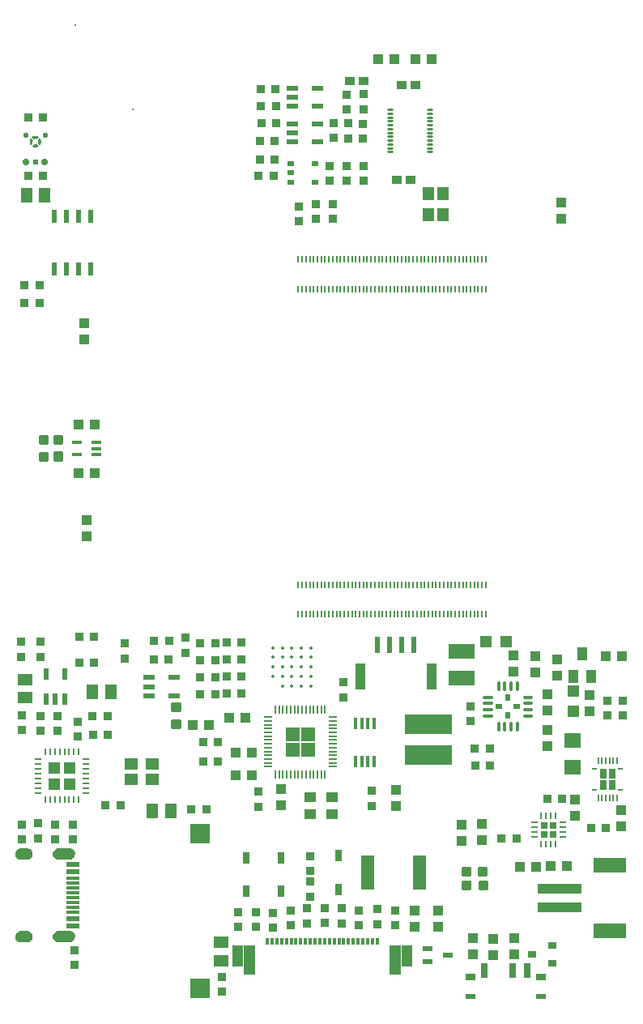
<source format=gbr>
G04 EAGLE Gerber RS-274X export*
G75*
%MOMM*%
%FSLAX34Y34*%
%LPD*%
%INSolderpaste Top*%
%IPPOS*%
%AMOC8*
5,1,8,0,0,1.08239X$1,22.5*%
G01*
%ADD10R,0.920900X0.970200*%
%ADD11R,0.970200X0.920900*%
%ADD12R,2.700000X1.600000*%
%ADD13C,0.300000*%
%ADD14R,0.800000X1.150000*%
%ADD15R,1.450000X0.300000*%
%ADD16R,1.450000X0.600000*%
%ADD17R,1.450000X0.550000*%
%ADD18R,4.600000X1.000000*%
%ADD19R,3.400000X1.600000*%
%ADD20R,5.000000X2.000000*%
%ADD21R,1.400000X3.560000*%
%ADD22R,1.200000X1.200000*%
%ADD23R,2.000000X2.000000*%
%ADD24R,1.200000X1.400000*%
%ADD25R,1.050000X0.500000*%
%ADD26R,1.100000X1.000000*%
%ADD27R,1.000000X1.100000*%
%ADD28R,1.800000X1.600000*%
%ADD29R,0.200000X0.700000*%
%ADD30R,0.700000X1.500000*%
%ADD31R,1.000000X0.600000*%
%ADD32R,1.000000X0.800000*%
%ADD33R,1.000000X1.400000*%
%ADD34C,0.350000*%
%ADD35R,0.600000X0.700000*%
%ADD36R,0.700000X0.600000*%
%ADD37R,1.016000X0.355600*%
%ADD38R,0.800000X1.000000*%
%ADD39R,0.525000X0.250000*%
%ADD40R,0.200000X0.800000*%
%ADD41R,0.800000X0.230000*%
%ADD42R,0.230000X0.800000*%
%ADD43R,0.700000X0.700000*%
%ADD44R,1.200000X0.550000*%
%ADD45R,0.300000X0.800000*%
%ADD46R,1.300000X3.050000*%
%ADD47R,0.250000X0.800000*%
%ADD48R,0.800000X0.250000*%
%ADD49R,1.143000X1.143000*%
%ADD50R,1.400000X1.200000*%
%ADD51R,1.240000X1.500000*%
%ADD52R,1.500000X1.240000*%
%ADD53R,0.200000X0.200000*%
%ADD54R,0.406400X1.219200*%
%ADD55R,0.600000X1.700000*%
%ADD56R,1.000000X2.800000*%
%ADD57C,0.228600*%
%ADD58R,0.550000X1.200000*%
%ADD59R,1.500000X1.300000*%
%ADD60R,1.300000X1.500000*%
%ADD61R,0.812800X0.177800*%
%ADD62R,0.177800X0.812800*%
%ADD63C,0.355600*%
%ADD64R,1.300000X1.050000*%
%ADD65R,0.900000X0.800000*%
%ADD66R,1.000000X0.970000*%
%ADD67R,0.800000X0.550000*%
%ADD68C,0.612000*%
%ADD69C,0.723000*%
%ADD70C,0.562000*%
%ADD71R,0.533400X1.460500*%

G36*
X434202Y84595D02*
X434202Y84595D01*
X434204Y84594D01*
X434247Y84614D01*
X434291Y84632D01*
X434291Y84634D01*
X434293Y84635D01*
X434326Y84720D01*
X434326Y106720D01*
X434325Y106722D01*
X434326Y106724D01*
X434306Y106767D01*
X434288Y106811D01*
X434286Y106811D01*
X434285Y106813D01*
X434200Y106846D01*
X423200Y106846D01*
X423198Y106845D01*
X423196Y106846D01*
X423153Y106826D01*
X423109Y106808D01*
X423109Y106806D01*
X423107Y106805D01*
X423074Y106720D01*
X423074Y84720D01*
X423075Y84718D01*
X423074Y84716D01*
X423094Y84673D01*
X423112Y84629D01*
X423114Y84629D01*
X423115Y84627D01*
X423200Y84594D01*
X434200Y84594D01*
X434202Y84595D01*
G37*
G36*
X257202Y84595D02*
X257202Y84595D01*
X257204Y84594D01*
X257247Y84614D01*
X257291Y84632D01*
X257291Y84634D01*
X257293Y84635D01*
X257326Y84720D01*
X257326Y106720D01*
X257325Y106722D01*
X257326Y106724D01*
X257306Y106767D01*
X257288Y106811D01*
X257286Y106811D01*
X257285Y106813D01*
X257200Y106846D01*
X246200Y106846D01*
X246198Y106845D01*
X246196Y106846D01*
X246153Y106826D01*
X246109Y106808D01*
X246109Y106806D01*
X246107Y106805D01*
X246074Y106720D01*
X246074Y84720D01*
X246075Y84718D01*
X246074Y84716D01*
X246094Y84673D01*
X246112Y84629D01*
X246114Y84629D01*
X246115Y84627D01*
X246200Y84594D01*
X257200Y84594D01*
X257202Y84595D01*
G37*
G36*
X76125Y110034D02*
X76125Y110034D01*
X76127Y110031D01*
X77407Y110226D01*
X77413Y110232D01*
X77417Y110229D01*
X78621Y110704D01*
X78626Y110711D01*
X78631Y110709D01*
X79699Y111440D01*
X79702Y111447D01*
X79708Y111447D01*
X80587Y112397D01*
X80587Y112405D01*
X80593Y112406D01*
X81238Y113527D01*
X81237Y113536D01*
X81243Y113538D01*
X81622Y114775D01*
X81620Y114783D01*
X81624Y114786D01*
X81719Y116076D01*
X81716Y116081D01*
X81719Y116083D01*
X81652Y117214D01*
X81647Y117219D01*
X81651Y117223D01*
X81364Y118320D01*
X81358Y118324D01*
X81361Y118329D01*
X80866Y119348D01*
X80860Y119351D01*
X80861Y119356D01*
X80177Y120259D01*
X80170Y120261D01*
X80170Y120266D01*
X79323Y121019D01*
X79316Y121019D01*
X79315Y121024D01*
X78338Y121597D01*
X78331Y121596D01*
X78329Y121601D01*
X77258Y121972D01*
X77252Y121969D01*
X77249Y121974D01*
X76127Y122129D01*
X76122Y122126D01*
X76120Y122129D01*
X64120Y122129D01*
X64115Y122126D01*
X64112Y122129D01*
X62845Y121924D01*
X62839Y121918D01*
X62835Y121921D01*
X61645Y121439D01*
X61641Y121432D01*
X61635Y121434D01*
X60582Y120700D01*
X60580Y120692D01*
X60574Y120693D01*
X59711Y119743D01*
X59710Y119734D01*
X59705Y119734D01*
X59075Y118615D01*
X59076Y118607D01*
X59070Y118605D01*
X58705Y117375D01*
X58708Y117367D01*
X58703Y117364D01*
X58621Y116083D01*
X58624Y116079D01*
X58621Y116077D01*
X58703Y114796D01*
X58709Y114790D01*
X58705Y114785D01*
X59070Y113555D01*
X59077Y113550D01*
X59075Y113545D01*
X59705Y112426D01*
X59712Y112423D01*
X59711Y112417D01*
X60574Y111467D01*
X60582Y111466D01*
X60582Y111460D01*
X61635Y110726D01*
X61643Y110726D01*
X61645Y110721D01*
X62835Y110239D01*
X62842Y110241D01*
X62845Y110236D01*
X64112Y110031D01*
X64117Y110034D01*
X64120Y110031D01*
X76120Y110031D01*
X76125Y110034D01*
G37*
G36*
X76125Y196434D02*
X76125Y196434D01*
X76127Y196431D01*
X77407Y196626D01*
X77413Y196632D01*
X77417Y196629D01*
X78621Y197104D01*
X78626Y197111D01*
X78631Y197109D01*
X79699Y197840D01*
X79702Y197847D01*
X79708Y197847D01*
X80587Y198797D01*
X80587Y198805D01*
X80593Y198806D01*
X81238Y199927D01*
X81237Y199936D01*
X81243Y199938D01*
X81622Y201175D01*
X81620Y201183D01*
X81624Y201186D01*
X81719Y202476D01*
X81716Y202481D01*
X81719Y202483D01*
X81652Y203614D01*
X81647Y203619D01*
X81651Y203623D01*
X81364Y204720D01*
X81358Y204724D01*
X81361Y204729D01*
X80866Y205748D01*
X80860Y205751D01*
X80861Y205756D01*
X80177Y206659D01*
X80170Y206661D01*
X80170Y206666D01*
X79323Y207419D01*
X79316Y207419D01*
X79315Y207424D01*
X78338Y207997D01*
X78331Y207996D01*
X78329Y208001D01*
X77258Y208372D01*
X77252Y208369D01*
X77249Y208374D01*
X76127Y208529D01*
X76122Y208526D01*
X76120Y208529D01*
X64120Y208529D01*
X64115Y208526D01*
X64112Y208529D01*
X62845Y208324D01*
X62839Y208318D01*
X62835Y208321D01*
X61645Y207839D01*
X61641Y207832D01*
X61635Y207834D01*
X60582Y207100D01*
X60580Y207092D01*
X60574Y207093D01*
X59711Y206143D01*
X59710Y206134D01*
X59705Y206134D01*
X59075Y205015D01*
X59076Y205007D01*
X59070Y205005D01*
X58705Y203775D01*
X58708Y203767D01*
X58703Y203764D01*
X58621Y202483D01*
X58624Y202479D01*
X58621Y202477D01*
X58703Y201196D01*
X58709Y201190D01*
X58705Y201185D01*
X59070Y199955D01*
X59077Y199950D01*
X59075Y199945D01*
X59705Y198826D01*
X59712Y198823D01*
X59711Y198817D01*
X60574Y197867D01*
X60582Y197866D01*
X60582Y197860D01*
X61635Y197126D01*
X61643Y197126D01*
X61645Y197121D01*
X62835Y196639D01*
X62842Y196641D01*
X62845Y196636D01*
X64112Y196431D01*
X64117Y196434D01*
X64120Y196431D01*
X76120Y196431D01*
X76125Y196434D01*
G37*
G36*
X316202Y320445D02*
X316202Y320445D01*
X316204Y320444D01*
X316247Y320464D01*
X316291Y320482D01*
X316291Y320484D01*
X316293Y320485D01*
X316326Y320570D01*
X316326Y334572D01*
X316325Y334574D01*
X316326Y334576D01*
X316306Y334619D01*
X316288Y334663D01*
X316286Y334663D01*
X316285Y334665D01*
X316200Y334698D01*
X302198Y334698D01*
X302196Y334697D01*
X302194Y334698D01*
X302151Y334678D01*
X302107Y334660D01*
X302107Y334658D01*
X302105Y334657D01*
X302072Y334572D01*
X302072Y320570D01*
X302073Y320568D01*
X302072Y320566D01*
X302092Y320523D01*
X302110Y320479D01*
X302112Y320479D01*
X302113Y320477D01*
X302198Y320444D01*
X316200Y320444D01*
X316202Y320445D01*
G37*
G36*
X332204Y320445D02*
X332204Y320445D01*
X332206Y320444D01*
X332249Y320464D01*
X332293Y320482D01*
X332293Y320484D01*
X332295Y320485D01*
X332328Y320570D01*
X332328Y334572D01*
X332327Y334574D01*
X332328Y334576D01*
X332308Y334619D01*
X332290Y334663D01*
X332288Y334663D01*
X332287Y334665D01*
X332202Y334698D01*
X318200Y334698D01*
X318198Y334697D01*
X318196Y334698D01*
X318153Y334678D01*
X318109Y334660D01*
X318109Y334658D01*
X318107Y334657D01*
X318074Y334572D01*
X318074Y320570D01*
X318075Y320568D01*
X318074Y320566D01*
X318094Y320523D01*
X318112Y320479D01*
X318114Y320479D01*
X318115Y320477D01*
X318200Y320444D01*
X332202Y320444D01*
X332204Y320445D01*
G37*
G36*
X332204Y304443D02*
X332204Y304443D01*
X332206Y304442D01*
X332249Y304462D01*
X332293Y304480D01*
X332293Y304482D01*
X332295Y304483D01*
X332328Y304568D01*
X332328Y318570D01*
X332327Y318572D01*
X332328Y318574D01*
X332308Y318617D01*
X332290Y318661D01*
X332288Y318661D01*
X332287Y318663D01*
X332202Y318696D01*
X318200Y318696D01*
X318198Y318695D01*
X318196Y318696D01*
X318153Y318676D01*
X318109Y318658D01*
X318109Y318656D01*
X318107Y318655D01*
X318074Y318570D01*
X318074Y304568D01*
X318075Y304566D01*
X318074Y304564D01*
X318094Y304521D01*
X318112Y304477D01*
X318114Y304477D01*
X318115Y304475D01*
X318200Y304442D01*
X332202Y304442D01*
X332204Y304443D01*
G37*
G36*
X316202Y304443D02*
X316202Y304443D01*
X316204Y304442D01*
X316247Y304462D01*
X316291Y304480D01*
X316291Y304482D01*
X316293Y304483D01*
X316326Y304568D01*
X316326Y318570D01*
X316325Y318572D01*
X316326Y318574D01*
X316306Y318617D01*
X316288Y318661D01*
X316286Y318661D01*
X316285Y318663D01*
X316200Y318696D01*
X302198Y318696D01*
X302196Y318695D01*
X302194Y318696D01*
X302151Y318676D01*
X302107Y318658D01*
X302107Y318656D01*
X302105Y318655D01*
X302072Y318570D01*
X302072Y304568D01*
X302073Y304566D01*
X302072Y304564D01*
X302092Y304521D01*
X302110Y304477D01*
X302112Y304477D01*
X302113Y304475D01*
X302198Y304442D01*
X316200Y304442D01*
X316202Y304443D01*
G37*
G36*
X31323Y196433D02*
X31323Y196433D01*
X31325Y196431D01*
X32501Y196542D01*
X32506Y196547D01*
X32510Y196544D01*
X33642Y196882D01*
X33646Y196888D01*
X33651Y196886D01*
X34695Y197438D01*
X34698Y197445D01*
X34703Y197443D01*
X35619Y198189D01*
X35620Y198196D01*
X35626Y198196D01*
X36379Y199106D01*
X36379Y199113D01*
X36384Y199114D01*
X36945Y200153D01*
X36944Y200158D01*
X36948Y200160D01*
X36947Y200161D01*
X36949Y200162D01*
X37296Y201291D01*
X37296Y201292D01*
X37297Y201293D01*
X37294Y201297D01*
X37298Y201300D01*
X37419Y202475D01*
X37415Y202482D01*
X37419Y202486D01*
X37262Y203826D01*
X37257Y203832D01*
X37260Y203837D01*
X36809Y205108D01*
X36802Y205113D01*
X36804Y205118D01*
X36082Y206257D01*
X36074Y206260D01*
X36075Y206266D01*
X35117Y207216D01*
X35109Y207217D01*
X35108Y207223D01*
X33963Y207936D01*
X33955Y207935D01*
X33953Y207941D01*
X32677Y208381D01*
X32670Y208379D01*
X32667Y208383D01*
X31325Y208529D01*
X31322Y208527D01*
X31320Y208529D01*
X25320Y208529D01*
X25317Y208527D01*
X25314Y208529D01*
X23985Y208374D01*
X23979Y208368D01*
X23975Y208371D01*
X22714Y207924D01*
X22709Y207917D01*
X22704Y207919D01*
X21574Y207202D01*
X21571Y207195D01*
X21565Y207196D01*
X20623Y206246D01*
X20622Y206237D01*
X20616Y206237D01*
X19909Y205101D01*
X19910Y205093D01*
X19904Y205091D01*
X19468Y203826D01*
X19470Y203818D01*
X19465Y203816D01*
X19321Y202485D01*
X19325Y202479D01*
X19321Y202475D01*
X19431Y201309D01*
X19436Y201304D01*
X19433Y201300D01*
X19768Y200177D01*
X19774Y200173D01*
X19772Y200169D01*
X20320Y199133D01*
X20326Y199130D01*
X20325Y199125D01*
X21064Y198217D01*
X21071Y198215D01*
X21071Y198210D01*
X21973Y197463D01*
X21981Y197463D01*
X21981Y197458D01*
X23012Y196901D01*
X23019Y196902D01*
X23021Y196897D01*
X24140Y196553D01*
X24147Y196555D01*
X24150Y196551D01*
X25315Y196431D01*
X25318Y196433D01*
X25320Y196431D01*
X31320Y196431D01*
X31323Y196433D01*
G37*
G36*
X31323Y110033D02*
X31323Y110033D01*
X31325Y110031D01*
X32501Y110142D01*
X32506Y110147D01*
X32510Y110144D01*
X33642Y110482D01*
X33646Y110488D01*
X33651Y110486D01*
X34695Y111038D01*
X34698Y111045D01*
X34703Y111043D01*
X35619Y111789D01*
X35620Y111796D01*
X35626Y111796D01*
X36379Y112706D01*
X36379Y112713D01*
X36384Y112714D01*
X36945Y113753D01*
X36944Y113758D01*
X36948Y113760D01*
X36947Y113761D01*
X36949Y113762D01*
X37296Y114891D01*
X37296Y114892D01*
X37297Y114893D01*
X37294Y114897D01*
X37298Y114900D01*
X37419Y116075D01*
X37415Y116082D01*
X37419Y116086D01*
X37262Y117426D01*
X37257Y117432D01*
X37260Y117437D01*
X36809Y118708D01*
X36802Y118713D01*
X36804Y118718D01*
X36082Y119857D01*
X36074Y119860D01*
X36075Y119866D01*
X35117Y120816D01*
X35109Y120817D01*
X35108Y120823D01*
X33963Y121536D01*
X33955Y121535D01*
X33953Y121541D01*
X32677Y121981D01*
X32670Y121979D01*
X32667Y121983D01*
X31325Y122129D01*
X31322Y122127D01*
X31320Y122129D01*
X25320Y122129D01*
X25317Y122127D01*
X25314Y122129D01*
X23985Y121974D01*
X23979Y121968D01*
X23975Y121971D01*
X22714Y121524D01*
X22709Y121517D01*
X22704Y121519D01*
X21574Y120802D01*
X21571Y120795D01*
X21565Y120796D01*
X20623Y119846D01*
X20622Y119837D01*
X20616Y119837D01*
X19909Y118701D01*
X19910Y118693D01*
X19904Y118691D01*
X19468Y117426D01*
X19470Y117418D01*
X19465Y117416D01*
X19321Y116085D01*
X19325Y116079D01*
X19321Y116075D01*
X19431Y114909D01*
X19436Y114904D01*
X19433Y114900D01*
X19768Y113777D01*
X19774Y113773D01*
X19772Y113769D01*
X20320Y112733D01*
X20326Y112730D01*
X20325Y112725D01*
X21064Y111817D01*
X21071Y111815D01*
X21071Y111810D01*
X21973Y111063D01*
X21981Y111063D01*
X21981Y111058D01*
X23012Y110501D01*
X23019Y110502D01*
X23021Y110497D01*
X24140Y110153D01*
X24147Y110155D01*
X24150Y110151D01*
X25315Y110031D01*
X25318Y110033D01*
X25320Y110031D01*
X31320Y110031D01*
X31323Y110033D01*
G37*
G36*
X41950Y949511D02*
X41950Y949511D01*
X41952Y949511D01*
X44130Y951689D01*
X44130Y951690D01*
X44130Y951691D01*
X44130Y951695D01*
X44129Y951695D01*
X44129Y951696D01*
X42991Y952409D01*
X42990Y952409D01*
X42990Y952410D01*
X41722Y952853D01*
X41721Y952852D01*
X41721Y952853D01*
X40386Y953003D01*
X40386Y953002D01*
X40386Y953003D01*
X39051Y952853D01*
X39050Y952852D01*
X39050Y952853D01*
X37782Y952410D01*
X37782Y952409D01*
X37781Y952409D01*
X36643Y951696D01*
X36643Y951695D01*
X36642Y951691D01*
X36642Y951690D01*
X36642Y951689D01*
X38820Y949511D01*
X38824Y949511D01*
X38825Y949511D01*
X39418Y949794D01*
X40058Y949940D01*
X40714Y949940D01*
X41354Y949794D01*
X41947Y949511D01*
X41950Y949511D01*
G37*
G36*
X41721Y940929D02*
X41721Y940929D01*
X41722Y940930D01*
X42990Y941372D01*
X42990Y941373D01*
X42991Y941373D01*
X44129Y942086D01*
X44129Y942088D01*
X44130Y942092D01*
X44130Y942093D01*
X41952Y944271D01*
X41948Y944271D01*
X41947Y944272D01*
X41354Y943988D01*
X40714Y943842D01*
X40058Y943842D01*
X39418Y943988D01*
X38825Y944272D01*
X38822Y944271D01*
X38820Y944271D01*
X36642Y942093D01*
X36642Y942092D01*
X36642Y942091D01*
X36642Y942087D01*
X36643Y942087D01*
X36643Y942086D01*
X37781Y941373D01*
X37782Y941373D01*
X37782Y941372D01*
X39050Y940930D01*
X39051Y940930D01*
X39051Y940929D01*
X40386Y940779D01*
X40386Y940780D01*
X40386Y940779D01*
X41721Y940929D01*
G37*
G36*
X45190Y943148D02*
X45190Y943148D01*
X45191Y943148D01*
X45904Y944286D01*
X45904Y944287D01*
X45905Y944287D01*
X46347Y945555D01*
X46348Y945555D01*
X46347Y945556D01*
X46348Y945556D01*
X46348Y945560D01*
X46349Y945564D01*
X46349Y945568D01*
X46350Y945572D01*
X46350Y945581D01*
X46351Y945581D01*
X46350Y945581D01*
X46351Y945585D01*
X46352Y945594D01*
X46352Y945598D01*
X46353Y945602D01*
X46354Y945611D01*
X46354Y945615D01*
X46355Y945623D01*
X46356Y945628D01*
X46356Y945632D01*
X46357Y945636D01*
X46357Y945640D01*
X46358Y945645D01*
X46359Y945653D01*
X46359Y945657D01*
X46360Y945666D01*
X46361Y945670D01*
X46361Y945674D01*
X46362Y945683D01*
X46362Y945687D01*
X46363Y945696D01*
X46364Y945700D01*
X46365Y945708D01*
X46365Y945713D01*
X46366Y945717D01*
X46367Y945725D01*
X46367Y945730D01*
X46368Y945738D01*
X46369Y945742D01*
X46369Y945747D01*
X46370Y945755D01*
X46371Y945759D01*
X46372Y945768D01*
X46372Y945772D01*
X46373Y945781D01*
X46373Y945785D01*
X46374Y945789D01*
X46375Y945798D01*
X46375Y945802D01*
X46376Y945810D01*
X46377Y945815D01*
X46377Y945819D01*
X46378Y945827D01*
X46379Y945832D01*
X46380Y945840D01*
X46380Y945844D01*
X46381Y945853D01*
X46382Y945857D01*
X46382Y945861D01*
X46383Y945870D01*
X46383Y945874D01*
X46384Y945883D01*
X46385Y945887D01*
X46385Y945891D01*
X46386Y945900D01*
X46387Y945904D01*
X46388Y945912D01*
X46388Y945917D01*
X46389Y945925D01*
X46390Y945929D01*
X46390Y945934D01*
X46391Y945942D01*
X46392Y945946D01*
X46393Y945955D01*
X46393Y945959D01*
X46393Y945963D01*
X46394Y945963D01*
X46394Y945972D01*
X46395Y945976D01*
X46396Y945985D01*
X46396Y945989D01*
X46397Y945997D01*
X46398Y946002D01*
X46398Y946006D01*
X46399Y946014D01*
X46400Y946019D01*
X46401Y946027D01*
X46401Y946031D01*
X46402Y946036D01*
X46403Y946044D01*
X46403Y946048D01*
X46404Y946057D01*
X46404Y946061D01*
X46405Y946061D01*
X46404Y946061D01*
X46405Y946070D01*
X46406Y946074D01*
X46406Y946078D01*
X46407Y946087D01*
X46408Y946091D01*
X46409Y946099D01*
X46409Y946104D01*
X46410Y946108D01*
X46411Y946116D01*
X46411Y946121D01*
X46412Y946129D01*
X46413Y946133D01*
X46414Y946142D01*
X46414Y946146D01*
X46415Y946150D01*
X46415Y946159D01*
X46416Y946159D01*
X46415Y946159D01*
X46416Y946163D01*
X46417Y946172D01*
X46417Y946176D01*
X46418Y946180D01*
X46419Y946189D01*
X46419Y946193D01*
X46420Y946201D01*
X46421Y946206D01*
X46422Y946214D01*
X46422Y946218D01*
X46423Y946223D01*
X46424Y946231D01*
X46424Y946235D01*
X46425Y946244D01*
X46426Y946248D01*
X46426Y946252D01*
X46427Y946261D01*
X46427Y946265D01*
X46428Y946274D01*
X46429Y946278D01*
X46430Y946286D01*
X46430Y946291D01*
X46431Y946295D01*
X46432Y946303D01*
X46432Y946308D01*
X46433Y946316D01*
X46434Y946320D01*
X46434Y946325D01*
X46435Y946329D01*
X46435Y946333D01*
X46436Y946337D01*
X46437Y946346D01*
X46437Y946350D01*
X46438Y946359D01*
X46438Y946363D01*
X46439Y946367D01*
X46440Y946376D01*
X46440Y946380D01*
X46441Y946388D01*
X46442Y946393D01*
X46442Y946397D01*
X46443Y946401D01*
X46443Y946405D01*
X46444Y946410D01*
X46445Y946418D01*
X46445Y946422D01*
X46446Y946431D01*
X46447Y946435D01*
X46447Y946439D01*
X46448Y946448D01*
X46448Y946452D01*
X46449Y946461D01*
X46450Y946465D01*
X46450Y946469D01*
X46451Y946473D01*
X46451Y946478D01*
X46452Y946482D01*
X46453Y946490D01*
X46453Y946495D01*
X46454Y946503D01*
X46455Y946507D01*
X46455Y946512D01*
X46456Y946520D01*
X46457Y946524D01*
X46458Y946533D01*
X46458Y946537D01*
X46458Y946541D01*
X46459Y946541D01*
X46459Y946546D01*
X46459Y946550D01*
X46460Y946554D01*
X46461Y946563D01*
X46461Y946567D01*
X46462Y946575D01*
X46463Y946580D01*
X46463Y946584D01*
X46464Y946592D01*
X46465Y946597D01*
X46466Y946605D01*
X46466Y946609D01*
X46467Y946618D01*
X46468Y946622D01*
X46468Y946626D01*
X46469Y946635D01*
X46469Y946639D01*
X46470Y946639D01*
X46469Y946639D01*
X46470Y946648D01*
X46471Y946652D01*
X46471Y946656D01*
X46472Y946665D01*
X46473Y946669D01*
X46474Y946677D01*
X46474Y946682D01*
X46475Y946690D01*
X46476Y946694D01*
X46476Y946699D01*
X46477Y946707D01*
X46478Y946711D01*
X46479Y946720D01*
X46479Y946724D01*
X46480Y946728D01*
X46480Y946737D01*
X46481Y946737D01*
X46480Y946737D01*
X46481Y946741D01*
X46482Y946750D01*
X46482Y946754D01*
X46483Y946762D01*
X46484Y946767D01*
X46484Y946771D01*
X46485Y946779D01*
X46486Y946784D01*
X46487Y946792D01*
X46487Y946796D01*
X46488Y946801D01*
X46489Y946809D01*
X46489Y946813D01*
X46490Y946822D01*
X46491Y946826D01*
X46491Y946835D01*
X46492Y946835D01*
X46491Y946835D01*
X46492Y946839D01*
X46492Y946843D01*
X46493Y946852D01*
X46494Y946856D01*
X46495Y946864D01*
X46495Y946869D01*
X46496Y946873D01*
X46497Y946881D01*
X46497Y946886D01*
X46498Y946891D01*
X46497Y946891D01*
X46498Y946891D01*
X46348Y948226D01*
X46347Y948227D01*
X45905Y949495D01*
X45904Y949495D01*
X45904Y949496D01*
X45191Y950634D01*
X45189Y950634D01*
X45185Y950635D01*
X45184Y950635D01*
X43006Y948457D01*
X43006Y948455D01*
X43006Y948453D01*
X43006Y948452D01*
X43289Y947859D01*
X43435Y947219D01*
X43435Y946563D01*
X43289Y945923D01*
X43006Y945330D01*
X43006Y945327D01*
X43006Y945325D01*
X45184Y943147D01*
X45185Y943147D01*
X45186Y943147D01*
X45190Y943147D01*
X45190Y943148D01*
G37*
G36*
X35587Y943147D02*
X35587Y943147D01*
X35588Y943147D01*
X37766Y945325D01*
X37766Y945329D01*
X37767Y945330D01*
X37483Y945923D01*
X37337Y946563D01*
X37337Y947219D01*
X37483Y947859D01*
X37767Y948452D01*
X37766Y948454D01*
X37766Y948455D01*
X37766Y948457D01*
X35588Y950635D01*
X35587Y950635D01*
X35586Y950635D01*
X35582Y950635D01*
X35582Y950634D01*
X35581Y950634D01*
X34868Y949496D01*
X34868Y949495D01*
X34867Y949495D01*
X34425Y948227D01*
X34425Y948226D01*
X34424Y948226D01*
X34424Y948225D01*
X34423Y948217D01*
X34423Y948213D01*
X34422Y948204D01*
X34421Y948200D01*
X34420Y948191D01*
X34420Y948187D01*
X34420Y948183D01*
X34419Y948183D01*
X34420Y948183D01*
X34419Y948174D01*
X34418Y948170D01*
X34417Y948162D01*
X34417Y948157D01*
X34416Y948153D01*
X34415Y948145D01*
X34415Y948140D01*
X34414Y948132D01*
X34413Y948128D01*
X34412Y948119D01*
X34412Y948115D01*
X34411Y948111D01*
X34410Y948102D01*
X34410Y948098D01*
X34409Y948089D01*
X34409Y948085D01*
X34408Y948085D01*
X34409Y948085D01*
X34408Y948081D01*
X34408Y948077D01*
X34407Y948072D01*
X34407Y948068D01*
X34406Y948060D01*
X34405Y948055D01*
X34404Y948047D01*
X34404Y948043D01*
X34403Y948038D01*
X34402Y948030D01*
X34402Y948026D01*
X34401Y948017D01*
X34400Y948013D01*
X34400Y948009D01*
X34399Y948004D01*
X34399Y948000D01*
X34398Y947996D01*
X34398Y947987D01*
X34397Y947987D01*
X34398Y947987D01*
X34397Y947983D01*
X34396Y947975D01*
X34396Y947970D01*
X34395Y947966D01*
X34394Y947958D01*
X34394Y947953D01*
X34393Y947945D01*
X34392Y947941D01*
X34392Y947936D01*
X34391Y947932D01*
X34391Y947928D01*
X34390Y947924D01*
X34389Y947915D01*
X34389Y947911D01*
X34388Y947902D01*
X34387Y947898D01*
X34387Y947894D01*
X34386Y947885D01*
X34386Y947881D01*
X34385Y947873D01*
X34384Y947868D01*
X34384Y947864D01*
X34383Y947860D01*
X34383Y947856D01*
X34382Y947851D01*
X34381Y947843D01*
X34381Y947839D01*
X34380Y947830D01*
X34379Y947826D01*
X34379Y947822D01*
X34378Y947813D01*
X34377Y947809D01*
X34376Y947800D01*
X34376Y947796D01*
X34375Y947788D01*
X34375Y947783D01*
X34374Y947779D01*
X34373Y947771D01*
X34373Y947766D01*
X34372Y947758D01*
X34371Y947754D01*
X34371Y947749D01*
X34370Y947741D01*
X34369Y947737D01*
X34368Y947728D01*
X34368Y947724D01*
X34367Y947715D01*
X34366Y947711D01*
X34366Y947707D01*
X34365Y947698D01*
X34365Y947694D01*
X34364Y947686D01*
X34363Y947681D01*
X34363Y947677D01*
X34362Y947669D01*
X34361Y947664D01*
X34360Y947656D01*
X34360Y947652D01*
X34359Y947643D01*
X34358Y947639D01*
X34358Y947635D01*
X34357Y947626D01*
X34356Y947622D01*
X34355Y947613D01*
X34355Y947609D01*
X34355Y947605D01*
X34354Y947605D01*
X34354Y947596D01*
X34353Y947592D01*
X34352Y947584D01*
X34352Y947579D01*
X34351Y947571D01*
X34350Y947567D01*
X34350Y947562D01*
X34349Y947554D01*
X34348Y947550D01*
X34347Y947541D01*
X34347Y947537D01*
X34346Y947533D01*
X34345Y947524D01*
X34345Y947520D01*
X34344Y947511D01*
X34344Y947507D01*
X34343Y947507D01*
X34344Y947507D01*
X34343Y947499D01*
X34342Y947494D01*
X34342Y947490D01*
X34341Y947482D01*
X34340Y947477D01*
X34339Y947469D01*
X34339Y947465D01*
X34338Y947460D01*
X34337Y947452D01*
X34337Y947448D01*
X34336Y947439D01*
X34335Y947435D01*
X34334Y947426D01*
X34334Y947422D01*
X34333Y947418D01*
X34333Y947409D01*
X34332Y947409D01*
X34333Y947409D01*
X34332Y947405D01*
X34331Y947397D01*
X34331Y947392D01*
X34330Y947388D01*
X34329Y947380D01*
X34329Y947375D01*
X34328Y947367D01*
X34327Y947363D01*
X34326Y947354D01*
X34326Y947350D01*
X34325Y947346D01*
X34324Y947337D01*
X34324Y947333D01*
X34323Y947324D01*
X34322Y947320D01*
X34322Y947316D01*
X34321Y947307D01*
X34321Y947303D01*
X34320Y947295D01*
X34319Y947290D01*
X34318Y947282D01*
X34318Y947278D01*
X34317Y947273D01*
X34316Y947265D01*
X34316Y947261D01*
X34315Y947252D01*
X34314Y947248D01*
X34314Y947244D01*
X34313Y947235D01*
X34312Y947231D01*
X34311Y947222D01*
X34311Y947218D01*
X34310Y947210D01*
X34310Y947205D01*
X34309Y947201D01*
X34308Y947193D01*
X34308Y947188D01*
X34307Y947180D01*
X34306Y947176D01*
X34306Y947171D01*
X34305Y947167D01*
X34305Y947163D01*
X34304Y947159D01*
X34303Y947150D01*
X34303Y947146D01*
X34302Y947137D01*
X34301Y947133D01*
X34301Y947129D01*
X34300Y947120D01*
X34300Y947116D01*
X34299Y947108D01*
X34298Y947103D01*
X34298Y947099D01*
X34297Y947095D01*
X34297Y947091D01*
X34296Y947086D01*
X34295Y947078D01*
X34295Y947074D01*
X34294Y947065D01*
X34293Y947061D01*
X34293Y947057D01*
X34292Y947048D01*
X34291Y947044D01*
X34290Y947035D01*
X34290Y947031D01*
X34290Y947027D01*
X34289Y947027D01*
X34289Y947023D01*
X34289Y947018D01*
X34288Y947014D01*
X34287Y947006D01*
X34287Y947001D01*
X34286Y946993D01*
X34285Y946989D01*
X34285Y946984D01*
X34284Y946976D01*
X34283Y946972D01*
X34282Y946963D01*
X34282Y946959D01*
X34281Y946955D01*
X34281Y946950D01*
X34280Y946946D01*
X34280Y946942D01*
X34279Y946933D01*
X34279Y946929D01*
X34278Y946929D01*
X34279Y946929D01*
X34278Y946921D01*
X34277Y946916D01*
X34277Y946912D01*
X34276Y946904D01*
X34275Y946899D01*
X34274Y946891D01*
X34275Y946891D01*
X34274Y946891D01*
X34424Y945556D01*
X34425Y945555D01*
X34867Y944287D01*
X34868Y944287D01*
X34868Y944286D01*
X35581Y943148D01*
X35583Y943148D01*
X35587Y943147D01*
X35587Y943147D01*
G37*
D10*
X499634Y312530D03*
X515126Y312530D03*
D11*
X324420Y130034D03*
X324420Y145526D03*
X342480Y130224D03*
X342480Y145716D03*
X306870Y127884D03*
X306870Y143376D03*
X289040Y125544D03*
X289040Y141036D03*
X251830Y141806D03*
X251830Y126314D03*
X271210Y125944D03*
X271210Y141436D03*
X327188Y157922D03*
X327188Y173414D03*
X416840Y143576D03*
X416840Y128084D03*
X327494Y184798D03*
X327494Y200290D03*
X638570Y347368D03*
X638570Y362860D03*
X495364Y356466D03*
X495364Y340974D03*
X654532Y347448D03*
X654532Y362940D03*
D10*
X575468Y259730D03*
X590960Y259730D03*
X543264Y218674D03*
X527772Y218674D03*
X621274Y229320D03*
X636766Y229320D03*
D11*
X365752Y995858D03*
X365752Y980366D03*
X81120Y102106D03*
X81120Y86614D03*
X351922Y966308D03*
X351922Y950816D03*
X383162Y996348D03*
X383162Y980856D03*
D10*
X291368Y1002052D03*
X275876Y1002052D03*
X291868Y966052D03*
X276376Y966052D03*
D11*
X382682Y965268D03*
X382682Y949776D03*
X367492Y966038D03*
X367492Y950546D03*
D10*
X500134Y294970D03*
X515626Y294970D03*
D11*
X397450Y129234D03*
X397450Y144726D03*
D12*
X485630Y386410D03*
X485630Y414410D03*
D10*
X291668Y983952D03*
X276176Y983952D03*
D11*
X378620Y128164D03*
X378620Y143656D03*
X360920Y129934D03*
X360920Y145426D03*
D13*
X67704Y631860D02*
X60704Y631860D01*
X60704Y638860D01*
X67704Y638860D01*
X67704Y631860D01*
X67704Y634710D02*
X60704Y634710D01*
X60704Y637560D02*
X67704Y637560D01*
X67704Y614320D02*
X60704Y614320D01*
X60704Y621320D01*
X67704Y621320D01*
X67704Y614320D01*
X67704Y617170D02*
X60704Y617170D01*
X60704Y620020D02*
X67704Y620020D01*
D14*
X260990Y163340D03*
X260990Y198340D03*
X297480Y198200D03*
X297480Y163200D03*
X357540Y165680D03*
X357540Y200680D03*
D13*
X494508Y173214D02*
X494508Y166214D01*
X487508Y166214D01*
X487508Y173214D01*
X494508Y173214D01*
X494508Y169064D02*
X487508Y169064D01*
X487508Y171914D02*
X494508Y171914D01*
X512048Y173214D02*
X512048Y166214D01*
X505048Y166214D01*
X505048Y173214D01*
X512048Y173214D01*
X512048Y169064D02*
X505048Y169064D01*
X505048Y171914D02*
X512048Y171914D01*
X504728Y180654D02*
X504728Y187654D01*
X511728Y187654D01*
X511728Y180654D01*
X504728Y180654D01*
X504728Y183504D02*
X511728Y183504D01*
X511728Y186354D02*
X504728Y186354D01*
X487188Y187654D02*
X487188Y180654D01*
X487188Y187654D02*
X494188Y187654D01*
X494188Y180654D01*
X487188Y180654D01*
X487188Y183504D02*
X494188Y183504D01*
X494188Y186354D02*
X487188Y186354D01*
D15*
X79320Y151780D03*
X79320Y156780D03*
D16*
X79320Y127030D03*
D17*
X79320Y134780D03*
D15*
X79320Y141780D03*
X79320Y146780D03*
X79320Y166780D03*
X79320Y161780D03*
D16*
X79320Y191530D03*
D17*
X79320Y183780D03*
D15*
X79320Y176780D03*
X79320Y171780D03*
D18*
X588640Y166430D03*
X588640Y146430D03*
D19*
X640640Y190430D03*
X640640Y122430D03*
D20*
X450796Y306166D03*
X450796Y338166D03*
D21*
X441930Y183230D03*
X387330Y183230D03*
D22*
X602530Y351640D03*
X602530Y372640D03*
X511120Y424650D03*
X532120Y424650D03*
D13*
X52320Y631398D02*
X45320Y631398D01*
X45320Y638398D01*
X52320Y638398D01*
X52320Y631398D01*
X52320Y634248D02*
X45320Y634248D01*
X45320Y637098D02*
X52320Y637098D01*
X52320Y613858D02*
X45320Y613858D01*
X45320Y620858D01*
X52320Y620858D01*
X52320Y613858D01*
X52320Y616708D02*
X45320Y616708D01*
X45320Y619558D02*
X52320Y619558D01*
D23*
X212030Y61710D03*
X212030Y223710D03*
D24*
X450860Y870230D03*
X450860Y892230D03*
X466860Y870230D03*
X466860Y892230D03*
D25*
X450650Y103270D03*
X450650Y90270D03*
X471650Y96770D03*
D26*
X575960Y332350D03*
X575960Y315350D03*
D27*
X85310Y651552D03*
X102310Y651552D03*
D26*
X461010Y142930D03*
X461010Y125930D03*
D28*
X601656Y293330D03*
X601656Y321330D03*
D26*
X519050Y96750D03*
X519050Y113750D03*
D27*
X437968Y1033442D03*
X454968Y1033442D03*
X415472Y1033356D03*
X398472Y1033356D03*
D26*
X575960Y369340D03*
X575960Y352340D03*
X620068Y351206D03*
X620068Y368206D03*
X485870Y216430D03*
X485870Y233430D03*
D27*
X563820Y188860D03*
X546820Y188860D03*
D26*
X604308Y242384D03*
X604308Y259384D03*
D27*
X653298Y409050D03*
X636298Y409050D03*
D26*
X540270Y409670D03*
X540270Y392670D03*
X652960Y248420D03*
X652960Y231420D03*
X585900Y388390D03*
X585900Y405390D03*
X562700Y392070D03*
X562700Y409070D03*
D27*
X596328Y189758D03*
X579328Y189758D03*
D26*
X506660Y233550D03*
X506660Y216550D03*
D27*
X85464Y600708D03*
X102464Y600708D03*
D26*
X436400Y143090D03*
X436400Y126090D03*
D29*
X315220Y452790D03*
X315220Y483590D03*
X319220Y452790D03*
X319220Y483590D03*
X323220Y452790D03*
X323220Y483590D03*
X327220Y452790D03*
X327220Y483590D03*
X331220Y452790D03*
X331220Y483590D03*
X335220Y452790D03*
X335220Y483590D03*
X339220Y452790D03*
X339220Y483590D03*
X343220Y452790D03*
X343220Y483590D03*
X347220Y452790D03*
X347220Y483590D03*
X351220Y452790D03*
X351220Y483590D03*
X355220Y452790D03*
X355220Y483590D03*
X359220Y452790D03*
X359220Y483590D03*
X363220Y452790D03*
X363220Y483590D03*
X367220Y452790D03*
X367220Y483590D03*
X371220Y452790D03*
X371220Y483590D03*
X375220Y452790D03*
X375220Y483590D03*
X379220Y452790D03*
X379220Y483590D03*
X383220Y452790D03*
X383220Y483590D03*
X387220Y452790D03*
X387220Y483590D03*
X391220Y452790D03*
X391220Y483590D03*
X395220Y452790D03*
X395220Y483590D03*
X399220Y452790D03*
X399220Y483590D03*
X403220Y452790D03*
X403220Y483590D03*
X407220Y452790D03*
X407220Y483590D03*
X411220Y452790D03*
X411220Y483590D03*
X415220Y452790D03*
X415220Y483590D03*
X419220Y452790D03*
X419220Y483590D03*
X423220Y452790D03*
X423220Y483590D03*
X427220Y452790D03*
X427220Y483590D03*
X431220Y452790D03*
X431220Y483590D03*
X435220Y452790D03*
X435220Y483590D03*
X439220Y452790D03*
X439220Y483590D03*
X443220Y452790D03*
X443220Y483590D03*
X447220Y452790D03*
X447220Y483590D03*
X451220Y452790D03*
X451220Y483590D03*
X455220Y452790D03*
X455220Y483590D03*
X459220Y452790D03*
X459220Y483590D03*
X463220Y452790D03*
X463220Y483590D03*
X467220Y452790D03*
X467220Y483590D03*
X471220Y452790D03*
X471220Y483590D03*
X475220Y452790D03*
X475220Y483590D03*
X479220Y452790D03*
X479220Y483590D03*
X483220Y452790D03*
X483220Y483590D03*
X487220Y452790D03*
X487220Y483590D03*
X491220Y452790D03*
X491220Y483590D03*
X495220Y452790D03*
X495220Y483590D03*
X499220Y452790D03*
X499220Y483590D03*
X503220Y452790D03*
X503220Y483590D03*
X507220Y452790D03*
X507220Y483590D03*
X511220Y452790D03*
X511220Y483590D03*
X315220Y792790D03*
X315220Y823590D03*
X319220Y792790D03*
X319220Y823590D03*
X323220Y792790D03*
X323220Y823590D03*
X327220Y792790D03*
X327220Y823590D03*
X331220Y792790D03*
X331220Y823590D03*
X335220Y792790D03*
X335220Y823590D03*
X339220Y792790D03*
X339220Y823590D03*
X343220Y792790D03*
X343220Y823590D03*
X347220Y792790D03*
X347220Y823590D03*
X351220Y792790D03*
X351220Y823590D03*
X355220Y792790D03*
X355220Y823590D03*
X359220Y792790D03*
X359220Y823590D03*
X363220Y792790D03*
X363220Y823590D03*
X367220Y792790D03*
X367220Y823590D03*
X371220Y792790D03*
X371220Y823590D03*
X375220Y792790D03*
X375220Y823590D03*
X379220Y792790D03*
X379220Y823590D03*
X383220Y792790D03*
X383220Y823590D03*
X387220Y792790D03*
X387220Y823590D03*
X391220Y792790D03*
X391220Y823590D03*
X395220Y792790D03*
X395220Y823590D03*
X399220Y792790D03*
X399220Y823590D03*
X403220Y792790D03*
X403220Y823590D03*
X407220Y792790D03*
X407220Y823590D03*
X411220Y792790D03*
X411220Y823590D03*
X415220Y792790D03*
X415220Y823590D03*
X419220Y792790D03*
X419220Y823590D03*
X423220Y792790D03*
X423220Y823590D03*
X427220Y792790D03*
X427220Y823590D03*
X431220Y792790D03*
X431220Y823590D03*
X435220Y792790D03*
X435220Y823590D03*
X439220Y792790D03*
X439220Y823590D03*
X443220Y792790D03*
X443220Y823590D03*
X447220Y792790D03*
X447220Y823590D03*
X451220Y792790D03*
X451220Y823590D03*
X455220Y792790D03*
X455220Y823590D03*
X459220Y792790D03*
X459220Y823590D03*
X463220Y792790D03*
X463220Y823590D03*
X467220Y792790D03*
X467220Y823590D03*
X471220Y792790D03*
X471220Y823590D03*
X475220Y792790D03*
X475220Y823590D03*
X479220Y792790D03*
X479220Y823590D03*
X483220Y792790D03*
X483220Y823590D03*
X487220Y792790D03*
X487220Y823590D03*
X491220Y792790D03*
X491220Y823590D03*
X495220Y792790D03*
X495220Y823590D03*
X499220Y792790D03*
X499220Y823590D03*
X503220Y792790D03*
X503220Y823590D03*
X507220Y792790D03*
X507220Y823590D03*
X511220Y792790D03*
X511220Y823590D03*
D30*
X554600Y80720D03*
X539600Y80720D03*
X509600Y80720D03*
D31*
X568600Y53220D03*
D32*
X568600Y74220D03*
D31*
X495600Y53220D03*
D32*
X495600Y74220D03*
D33*
X611880Y411780D03*
X621380Y387780D03*
X602380Y387780D03*
D34*
X516840Y366330D02*
X509840Y366330D01*
X509840Y359830D02*
X516840Y359830D01*
X516840Y353330D02*
X509840Y353330D01*
X509840Y346830D02*
X516840Y346830D01*
X524590Y339080D02*
X524590Y332080D01*
X531090Y332080D02*
X531090Y339080D01*
X537590Y339080D02*
X537590Y332080D01*
X544090Y332080D02*
X544090Y339080D01*
X551840Y346830D02*
X558840Y346830D01*
X558840Y353330D02*
X551840Y353330D01*
X551840Y359830D02*
X558840Y359830D01*
X558840Y366330D02*
X551840Y366330D01*
X544090Y374080D02*
X544090Y381080D01*
X537590Y381080D02*
X537590Y374080D01*
X531090Y374080D02*
X531090Y381080D01*
X524590Y381080D02*
X524590Y374080D01*
D35*
X534340Y366080D03*
X534340Y347080D03*
D36*
X524840Y356580D03*
X543840Y356580D03*
D37*
X103924Y619666D03*
X103924Y626270D03*
X103924Y632874D03*
X83604Y632874D03*
X83604Y619666D03*
D38*
X643658Y274284D03*
X633658Y286284D03*
X633658Y274284D03*
X643658Y286284D03*
D39*
X652283Y269284D03*
X625033Y291284D03*
X625033Y269284D03*
X652283Y291284D03*
D40*
X636658Y260534D03*
X632658Y260534D03*
X632658Y260534D03*
X628658Y260534D03*
X640658Y260534D03*
X644658Y260534D03*
X648658Y260534D03*
X648658Y300034D03*
X644658Y300034D03*
X640658Y300034D03*
X636658Y300034D03*
X632658Y300034D03*
X628658Y300034D03*
D41*
X591470Y220220D03*
X591470Y225220D03*
X591470Y230220D03*
X591470Y235220D03*
D42*
X584220Y242470D03*
X579220Y242470D03*
X574220Y242470D03*
X569220Y242470D03*
D41*
X561970Y235220D03*
X561970Y230220D03*
X561970Y225220D03*
X561970Y220220D03*
D42*
X569220Y212970D03*
X574220Y212970D03*
X579220Y212970D03*
X584220Y212970D03*
D43*
X572220Y232220D03*
X581220Y223220D03*
X572220Y223220D03*
X581220Y232220D03*
D44*
X308811Y1003022D03*
X308811Y993522D03*
X308811Y984022D03*
X334813Y984022D03*
X334813Y1003022D03*
X308811Y965482D03*
X308811Y955982D03*
X308811Y946482D03*
X334813Y946482D03*
X334813Y965482D03*
D45*
X282700Y110720D03*
X287700Y110720D03*
X292700Y110720D03*
X297700Y110720D03*
X302700Y110720D03*
X307700Y110720D03*
X312700Y110720D03*
X317700Y110720D03*
X322700Y110720D03*
X327700Y110720D03*
X332700Y110720D03*
X337700Y110720D03*
X342700Y110720D03*
X347700Y110720D03*
X352700Y110720D03*
X357700Y110720D03*
X362700Y110720D03*
X367700Y110720D03*
X372700Y110720D03*
X377700Y110720D03*
X382700Y110720D03*
X387700Y110720D03*
X392700Y110720D03*
X397700Y110720D03*
D46*
X263700Y91470D03*
X416700Y91470D03*
D47*
X50666Y258840D03*
X55666Y258840D03*
X60666Y258840D03*
X65666Y258840D03*
X70666Y258840D03*
X75666Y258840D03*
X80666Y258840D03*
X85666Y258840D03*
D48*
X93166Y266340D03*
X93166Y271340D03*
X93166Y276340D03*
X93166Y281340D03*
X93166Y286340D03*
X93166Y291340D03*
X93166Y296340D03*
X93166Y301340D03*
D47*
X85666Y308840D03*
X80666Y308840D03*
X75666Y308840D03*
X70666Y308840D03*
X65666Y308840D03*
X60666Y308840D03*
X55666Y308840D03*
X50666Y308840D03*
D48*
X43166Y301340D03*
X43166Y296340D03*
X43166Y291340D03*
X43166Y286340D03*
X43166Y281340D03*
X43166Y276340D03*
X43166Y271340D03*
X43166Y266340D03*
D49*
X76421Y275585D03*
X59911Y292095D03*
X59911Y275585D03*
X76421Y292095D03*
D11*
X26510Y233166D03*
X26510Y217674D03*
X79850Y233166D03*
X79850Y217674D03*
D50*
X140506Y296196D03*
X162506Y296196D03*
X140506Y280196D03*
X162506Y280196D03*
D11*
X26510Y331720D03*
X26510Y347212D03*
X60800Y233166D03*
X60800Y217674D03*
D10*
X113760Y253360D03*
X129252Y253360D03*
X32734Y971926D03*
X48226Y971926D03*
X48226Y911220D03*
X32734Y911220D03*
D51*
X49980Y890900D03*
X30980Y890900D03*
D10*
X28924Y778124D03*
X44416Y778124D03*
X28924Y797174D03*
X44416Y797174D03*
D11*
X43020Y234436D03*
X43020Y218944D03*
D52*
X234310Y109990D03*
X234310Y90990D03*
D51*
X162806Y247518D03*
X181806Y247518D03*
D11*
X235082Y73880D03*
X235082Y58388D03*
D10*
X203488Y248798D03*
X218980Y248798D03*
X100364Y327030D03*
X115856Y327030D03*
X100044Y346070D03*
X115536Y346070D03*
X290288Y947542D03*
X274796Y947542D03*
X290288Y928492D03*
X274796Y928492D03*
D53*
X142130Y980360D03*
X82130Y1068360D03*
D54*
X394584Y338591D03*
X388084Y338591D03*
X381584Y338591D03*
X375084Y338591D03*
X375084Y298713D03*
X381584Y298713D03*
X388084Y298713D03*
X394584Y298713D03*
D55*
X435780Y421390D03*
D56*
X379780Y387890D03*
X454280Y387890D03*
D55*
X423280Y421390D03*
X410780Y421390D03*
X398280Y421390D03*
D26*
X417702Y269476D03*
X417702Y252476D03*
D11*
X362078Y366270D03*
X362078Y381762D03*
D57*
X450087Y980400D02*
X454913Y980400D01*
X413313Y980400D02*
X408487Y980400D01*
X450087Y976400D02*
X454913Y976400D01*
X413313Y976400D02*
X408487Y976400D01*
X450087Y972400D02*
X454913Y972400D01*
X413313Y972400D02*
X408487Y972400D01*
X450087Y968400D02*
X454913Y968400D01*
X413313Y968400D02*
X408487Y968400D01*
X450087Y964400D02*
X454913Y964400D01*
X413313Y964400D02*
X408487Y964400D01*
X450087Y960400D02*
X454913Y960400D01*
X413313Y960400D02*
X408487Y960400D01*
X450087Y956400D02*
X454913Y956400D01*
X413313Y956400D02*
X408487Y956400D01*
X450087Y952400D02*
X454913Y952400D01*
X413313Y952400D02*
X408487Y952400D01*
X450087Y948400D02*
X454913Y948400D01*
X413313Y948400D02*
X408487Y948400D01*
X450087Y944400D02*
X454913Y944400D01*
X413313Y944400D02*
X408487Y944400D01*
X450087Y940400D02*
X454913Y940400D01*
X413313Y940400D02*
X408487Y940400D01*
X450087Y936400D02*
X454913Y936400D01*
X413313Y936400D02*
X408487Y936400D01*
D11*
X45340Y330964D03*
X45340Y346456D03*
X63120Y330964D03*
X63120Y346456D03*
D58*
X51700Y364139D03*
X61200Y364139D03*
X70700Y364139D03*
X70700Y390141D03*
X51700Y390141D03*
D11*
X84200Y340612D03*
X84200Y325120D03*
X25020Y408688D03*
X25020Y424180D03*
D10*
X86108Y429640D03*
X101600Y429640D03*
X86108Y402716D03*
X101600Y402716D03*
D59*
X29930Y365870D03*
X29930Y384870D03*
D60*
X99932Y371974D03*
X118932Y371974D03*
D11*
X45340Y408688D03*
X45340Y424180D03*
D61*
X283164Y345570D03*
X283164Y341570D03*
X283164Y337570D03*
X283164Y333570D03*
X283164Y329570D03*
X283164Y325570D03*
X283164Y321570D03*
X283164Y317570D03*
X283164Y313570D03*
X283164Y309570D03*
X283164Y305570D03*
X283164Y301570D03*
X283164Y297570D03*
X283164Y293570D03*
D62*
X291200Y285534D03*
X295200Y285534D03*
X299200Y285534D03*
X303200Y285534D03*
X307200Y285534D03*
X311200Y285534D03*
X315200Y285534D03*
X319200Y285534D03*
X323200Y285534D03*
X327200Y285534D03*
X331200Y285534D03*
X335200Y285534D03*
X339200Y285534D03*
X343200Y285534D03*
D61*
X351236Y293570D03*
X351236Y297570D03*
X351236Y301570D03*
X351236Y305570D03*
X351236Y309570D03*
X351236Y313570D03*
X351236Y317570D03*
X351236Y321570D03*
X351236Y325570D03*
X351236Y329570D03*
X351236Y333570D03*
X351236Y337570D03*
X351236Y341570D03*
X351236Y345570D03*
D62*
X343200Y353606D03*
X339200Y353606D03*
X335200Y353606D03*
X331200Y353606D03*
X327200Y353606D03*
X323200Y353606D03*
X319200Y353606D03*
X315200Y353606D03*
X311200Y353606D03*
X307200Y353606D03*
X303200Y353606D03*
X299200Y353606D03*
X295200Y353606D03*
X291200Y353606D03*
D10*
X240540Y405764D03*
X256032Y405764D03*
X240540Y387984D03*
X256032Y387984D03*
X180084Y425324D03*
X164592Y425324D03*
D11*
X197232Y412752D03*
X197232Y428244D03*
D10*
X228344Y387224D03*
X212852Y387224D03*
X228344Y405004D03*
X212852Y405004D03*
X228344Y422784D03*
X212852Y422784D03*
X240540Y423544D03*
X256032Y423544D03*
D27*
X249446Y308228D03*
X266446Y308228D03*
X249446Y284860D03*
X266446Y284860D03*
D10*
X228344Y369444D03*
X212852Y369444D03*
X231392Y319660D03*
X215900Y319660D03*
X231392Y299340D03*
X215900Y299340D03*
D44*
X159211Y386704D03*
X159211Y377204D03*
X159211Y367704D03*
X185213Y367704D03*
X185213Y386704D03*
D10*
X164340Y405764D03*
X179832Y405764D03*
X240540Y370204D03*
X256032Y370204D03*
D11*
X133476Y422400D03*
X133476Y406908D03*
D63*
X288526Y387858D03*
X288526Y397858D03*
X288526Y407858D03*
X288526Y417858D03*
X298526Y377858D03*
X298526Y387858D03*
X298526Y397858D03*
X298526Y407858D03*
X298526Y417858D03*
X308526Y377858D03*
X308526Y387858D03*
X308526Y397858D03*
X308526Y407858D03*
X308526Y417858D03*
X318526Y377858D03*
X318526Y387858D03*
X318526Y397858D03*
X318526Y407858D03*
X318526Y417858D03*
X328526Y377858D03*
X328526Y387858D03*
X328526Y397858D03*
X328526Y407858D03*
X328526Y417858D03*
D27*
X259824Y344806D03*
X242824Y344806D03*
D64*
X350686Y261618D03*
X327686Y261618D03*
X327686Y244118D03*
X350686Y244118D03*
D11*
X391794Y268222D03*
X391794Y252730D03*
X273176Y267460D03*
X273176Y251968D03*
D26*
X297306Y270492D03*
X297306Y253492D03*
D65*
X580940Y88190D03*
X580940Y107190D03*
X559940Y97690D03*
D26*
X540640Y97300D03*
X540640Y114300D03*
X497460Y97300D03*
X497460Y114300D03*
X91060Y739920D03*
X91060Y756920D03*
X93600Y534180D03*
X93600Y551180D03*
X589660Y883140D03*
X589660Y866140D03*
D66*
X422900Y1005910D03*
X437600Y1005910D03*
X417820Y906880D03*
X432520Y906880D03*
X369052Y1010542D03*
X383752Y1010542D03*
D67*
X306912Y923782D03*
X306912Y914282D03*
X306912Y904782D03*
X332412Y904782D03*
X332412Y923782D03*
D11*
X365632Y921764D03*
X365632Y906272D03*
X347852Y921764D03*
X347852Y906272D03*
X383412Y921764D03*
X383412Y906272D03*
X333120Y881632D03*
X333120Y866140D03*
X350900Y881632D03*
X350900Y866140D03*
X315340Y879092D03*
X315340Y863600D03*
D10*
X289304Y910972D03*
X273812Y910972D03*
D13*
X190952Y341440D02*
X183952Y341440D01*
X190952Y341440D02*
X190952Y334440D01*
X183952Y334440D01*
X183952Y341440D01*
X183952Y337290D02*
X190952Y337290D01*
X190952Y340140D02*
X183952Y340140D01*
X183952Y358980D02*
X190952Y358980D01*
X190952Y351980D01*
X183952Y351980D01*
X183952Y358980D01*
X183952Y354830D02*
X190952Y354830D01*
X190952Y357680D02*
X183952Y357680D01*
D27*
X204860Y336804D03*
X221860Y336804D03*
D68*
X40386Y925861D03*
D69*
X50046Y925861D03*
D70*
X50536Y953231D03*
X30236Y953231D03*
D69*
X30726Y925861D03*
D71*
X98298Y868489D03*
X85598Y868489D03*
X72898Y868489D03*
X60198Y868489D03*
X60198Y814007D03*
X72898Y814007D03*
X85598Y814007D03*
X98298Y814007D03*
M02*

</source>
